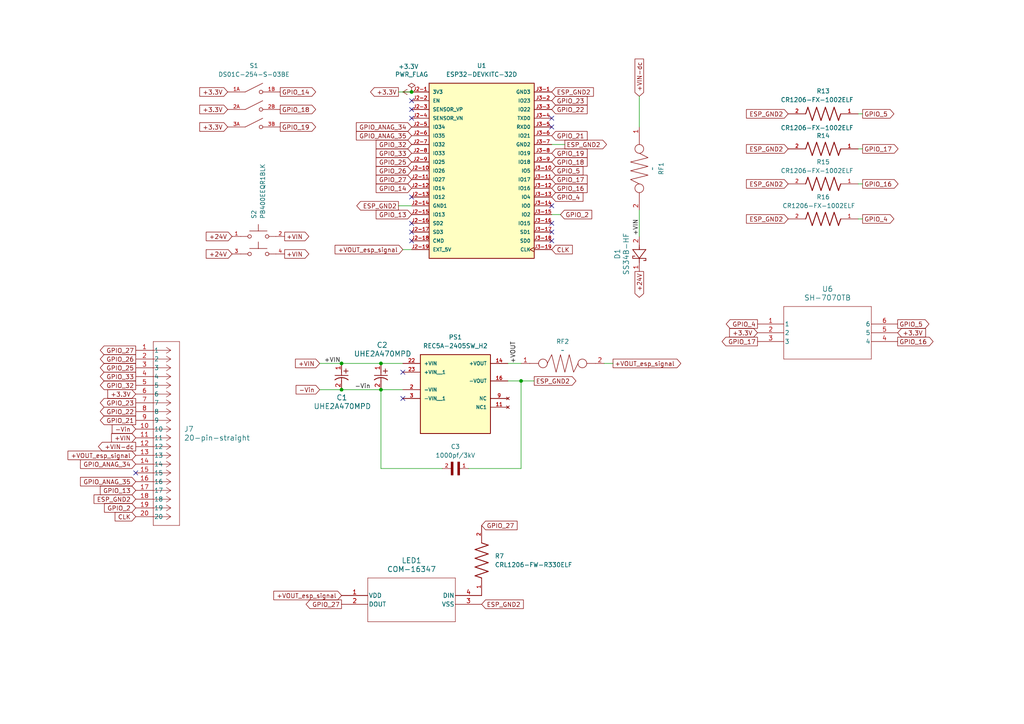
<source format=kicad_sch>
(kicad_sch (version 20250114) (generator "eeschema") (generator_version "9.0")
  (paper "A4")
  (lib_symbols
    (symbol "20_pin_straight:XC5B-2021" (pin_names (offset 0.254))
      (property "Reference" "J" (at 8.89 6.35 0))
      (property "Value" "XC5B-2021" (at 0 0 0))
      (symbol "XC5B-2021_1_1"
        (polyline (pts (xy 5.08 2.54) (xy 5.08 -50.8)) (stroke (width 0.127)))
        (polyline (pts (xy 5.08 -50.8) (xy 12.7 -50.8)) (stroke (width 0.127)))
        (polyline (pts (xy 10.16 0) (xy 5.08 0)) (stroke (width 0.127)))
        (polyline (pts (xy 10.16 0) (xy 8.89 0.8467)) (stroke (width 0.127)))
        (polyline (pts (xy 10.16 0) (xy 8.89 -0.8467)) (stroke (width 0.127)))
        (polyline (pts (xy 10.16 -2.54) (xy 5.08 -2.54)) (stroke (width 0.127)))
        (polyline (pts (xy 10.16 -2.54) (xy 8.89 -1.6933)) (stroke (width 0.127)))
        (polyline (pts (xy 10.16 -2.54) (xy 8.89 -3.3867)) (stroke (width 0.127)))
        (polyline (pts (xy 10.16 -5.08) (xy 5.08 -5.08)) (stroke (width 0.127)))
        (polyline (pts (xy 10.16 -5.08) (xy 8.89 -4.2333)) (stroke (width 0.127)))
        (polyline (pts (xy 10.16 -5.08) (xy 8.89 -5.9267)) (stroke (width 0.127)))
        (polyline (pts (xy 10.16 -7.62) (xy 5.08 -7.62)) (stroke (width 0.127)))
        (polyline (pts (xy 10.16 -7.62) (xy 8.89 -6.7733)) (stroke (width 0.127)))
        (polyline (pts (xy 10.16 -7.62) (xy 8.89 -8.4667)) (stroke (width 0.127)))
        (polyline (pts (xy 10.16 -10.16) (xy 5.08 -10.16)) (stroke (width 0.127)))
        (polyline (pts (xy 10.16 -10.16) (xy 8.89 -9.3133)) (stroke (width 0.127)))
        (polyline (pts (xy 10.16 -10.16) (xy 8.89 -11.0067)) (stroke (width 0.127)))
        (polyline (pts (xy 10.16 -12.7) (xy 5.08 -12.7)) (stroke (width 0.127)))
        (polyline (pts (xy 10.16 -12.7) (xy 8.89 -11.8533)) (stroke (width 0.127)))
        (polyline (pts (xy 10.16 -12.7) (xy 8.89 -13.5467)) (stroke (width 0.127)))
        (polyline (pts (xy 10.16 -15.24) (xy 5.08 -15.24)) (stroke (width 0.127)))
        (polyline (pts (xy 10.16 -15.24) (xy 8.89 -14.3933)) (stroke (width 0.127)))
        (polyline (pts (xy 10.16 -15.24) (xy 8.89 -16.0867)) (stroke (width 0.127)))
        (polyline (pts (xy 10.16 -17.78) (xy 5.08 -17.78)) (stroke (width 0.127)))
        (polyline (pts (xy 10.16 -17.78) (xy 8.89 -16.9333)) (stroke (width 0.127)))
        (polyline (pts (xy 10.16 -17.78) (xy 8.89 -18.6267)) (stroke (width 0.127)))
        (polyline (pts (xy 10.16 -20.32) (xy 5.08 -20.32)) (stroke (width 0.127)))
        (polyline (pts (xy 10.16 -20.32) (xy 8.89 -19.4733)) (stroke (width 0.127)))
        (polyline (pts (xy 10.16 -20.32) (xy 8.89 -21.1667)) (stroke (width 0.127)))
        (polyline (pts (xy 10.16 -22.86) (xy 5.08 -22.86)) (stroke (width 0.127)))
        (polyline (pts (xy 10.16 -22.86) (xy 8.89 -22.0133)) (stroke (width 0.127)))
        (polyline (pts (xy 10.16 -22.86) (xy 8.89 -23.7067)) (stroke (width 0.127)))
        (polyline (pts (xy 10.16 -25.4) (xy 5.08 -25.4)) (stroke (width 0.127)))
        (polyline (pts (xy 10.16 -25.4) (xy 8.89 -24.5533)) (stroke (width 0.127)))
        (polyline (pts (xy 10.16 -25.4) (xy 8.89 -26.2467)) (stroke (width 0.127)))
        (polyline (pts (xy 10.16 -27.94) (xy 5.08 -27.94)) (stroke (width 0.127)))
        (polyline (pts (xy 10.16 -27.94) (xy 8.89 -27.0933)) (stroke (width 0.127)))
        (polyline (pts (xy 10.16 -27.94) (xy 8.89 -28.7867)) (stroke (width 0.127)))
        (polyline (pts (xy 10.16 -30.48) (xy 5.08 -30.48)) (stroke (width 0.127)))
        (polyline (pts (xy 10.16 -30.48) (xy 8.89 -29.6333)) (stroke (width 0.127)))
        (polyline (pts (xy 10.16 -30.48) (xy 8.89 -31.3267)) (stroke (width 0.127)))
        (polyline (pts (xy 10.16 -33.02) (xy 5.08 -33.02)) (stroke (width 0.127)))
        (polyline (pts (xy 10.16 -33.02) (xy 8.89 -32.1733)) (stroke (width 0.127)))
        (polyline (pts (xy 10.16 -33.02) (xy 8.89 -33.8667)) (stroke (width 0.127)))
        (polyline (pts (xy 10.16 -35.56) (xy 5.08 -35.56)) (stroke (width 0.127)))
        (polyline (pts (xy 10.16 -35.56) (xy 8.89 -34.7133)) (stroke (width 0.127)))
        (polyline (pts (xy 10.16 -35.56) (xy 8.89 -36.4067)) (stroke (width 0.127)))
        (polyline (pts (xy 10.16 -38.1) (xy 5.08 -38.1)) (stroke (width 0.127)))
        (polyline (pts (xy 10.16 -38.1) (xy 8.89 -37.2533)) (stroke (width 0.127)))
        (polyline (pts (xy 10.16 -38.1) (xy 8.89 -38.9467)) (stroke (width 0.127)))
        (polyline (pts (xy 10.16 -40.64) (xy 5.08 -40.64)) (stroke (width 0.127)))
        (polyline (pts (xy 10.16 -40.64) (xy 8.89 -39.7933)) (stroke (width 0.127)))
        (polyline (pts (xy 10.16 -40.64) (xy 8.89 -41.4867)) (stroke (width 0.127)))
        (polyline (pts (xy 10.16 -43.18) (xy 5.08 -43.18)) (stroke (width 0.127)))
        (polyline (pts (xy 10.16 -43.18) (xy 8.89 -42.3333)) (stroke (width 0.127)))
        (polyline (pts (xy 10.16 -43.18) (xy 8.89 -44.0267)) (stroke (width 0.127)))
        (polyline (pts (xy 10.16 -45.72) (xy 5.08 -45.72)) (stroke (width 0.127)))
        (polyline (pts (xy 10.16 -45.72) (xy 8.89 -44.8733)) (stroke (width 0.127)))
        (polyline (pts (xy 10.16 -45.72) (xy 8.89 -46.5667)) (stroke (width 0.127)))
        (polyline (pts (xy 10.16 -48.26) (xy 5.08 -48.26)) (stroke (width 0.127)))
        (polyline (pts (xy 10.16 -48.26) (xy 8.89 -47.4133)) (stroke (width 0.127)))
        (polyline (pts (xy 10.16 -48.26) (xy 8.89 -49.1067)) (stroke (width 0.127)))
        (polyline (pts (xy 12.7 2.54) (xy 5.08 2.54)) (stroke (width 0.127)))
        (polyline (pts (xy 12.7 -50.8) (xy 12.7 2.54)) (stroke (width 0.127)))
        (pin unspecified line (at 0 0 0) (length 5.08) (name "1") (number "1"))
        (pin unspecified line (at 0 -2.54 0) (length 5.08) (name "2") (number "2"))
        (pin unspecified line (at 0 -5.08 0) (length 5.08) (name "3") (number "3"))
        (pin unspecified line (at 0 -7.62 0) (length 5.08) (name "4") (number "4"))
        (pin unspecified line (at 0 -10.16 0) (length 5.08) (name "5") (number "5"))
        (pin unspecified line (at 0 -12.7 0) (length 5.08) (name "6") (number "6"))
        (pin unspecified line (at 0 -15.24 0) (length 5.08) (name "7") (number "7"))
        (pin unspecified line (at 0 -17.78 0) (length 5.08) (name "8") (number "8"))
        (pin unspecified line (at 0 -20.32 0) (length 5.08) (name "9") (number "9"))
        (pin unspecified line (at 0 -22.86 0) (length 5.08) (name "10") (number "10"))
        (pin unspecified line (at 0 -25.4 0) (length 5.08) (name "11") (number "11"))
        (pin unspecified line (at 0 -27.94 0) (length 5.08) (name "12") (number "12"))
        (pin unspecified line (at 0 -30.48 0) (length 5.08) (name "13") (number "13"))
        (pin unspecified line (at 0 -33.02 0) (length 5.08) (name "14") (number "14"))
        (pin unspecified line (at 0 -35.56 0) (length 5.08) (name "15") (number "15"))
        (pin unspecified line (at 0 -38.1 0) (length 5.08) (name "16") (number "16"))
        (pin unspecified line (at 0 -40.64 0) (length 5.08) (name "17") (number "17"))
        (pin unspecified line (at 0 -43.18 0) (length 5.08) (name "18") (number "18"))
        (pin unspecified line (at 0 -45.72 0) (length 5.08) (name "19") (number "19"))
        (pin unspecified line (at 0 -48.26 0) (length 5.08) (name "20") (number "20"))
      )
      (symbol "XC5B-2021_1_2"
        (polyline (pts (xy 5.08 2.54) (xy 5.08 -50.8)) (stroke (width 0.127)))
        (polyline (pts (xy 5.08 -50.8) (xy 12.7 -50.8)) (stroke (width 0.127)))
        (polyline (pts (xy 7.62 0) (xy 5.08 0)) (stroke (width 0.127)))
        (polyline (pts (xy 7.62 0) (xy 8.89 0.8467)) (stroke (width 0.127)))
        (polyline (pts (xy 7.62 0) (xy 8.89 -0.8467)) (stroke (width 0.127)))
        (polyline (pts (xy 7.62 -2.54) (xy 5.08 -2.54)) (stroke (width 0.127)))
        (polyline (pts (xy 7.62 -2.54) (xy 8.89 -1.6933)) (stroke (width 0.127)))
        (polyline (pts (xy 7.62 -2.54) (xy 8.89 -3.3867)) (stroke (width 0.127)))
        (polyline (pts (xy 7.62 -5.08) (xy 5.08 -5.08)) (stroke (width 0.127)))
        (polyline (pts (xy 7.62 -5.08) (xy 8.89 -4.2333)) (stroke (width 0.127)))
        (polyline (pts (xy 7.62 -5.08) (xy 8.89 -5.9267)) (stroke (width 0.127)))
        (polyline (pts (xy 7.62 -7.62) (xy 5.08 -7.62)) (stroke (width 0.127)))
        (polyline (pts (xy 7.62 -7.62) (xy 8.89 -6.7733)) (stroke (width 0.127)))
        (polyline (pts (xy 7.62 -7.62) (xy 8.89 -8.4667)) (stroke (width 0.127)))
        (polyline (pts (xy 7.62 -10.16) (xy 5.08 -10.16)) (stroke (width 0.127)))
        (polyline (pts (xy 7.62 -10.16) (xy 8.89 -9.3133)) (stroke (width 0.127)))
        (polyline (pts (xy 7.62 -10.16) (xy 8.89 -11.0067)) (stroke (width 0.127)))
        (polyline (pts (xy 7.62 -12.7) (xy 5.08 -12.7)) (stroke (width 0.127)))
        (polyline (pts (xy 7.62 -12.7) (xy 8.89 -11.8533)) (stroke (width 0.127)))
        (polyline (pts (xy 7.62 -12.7) (xy 8.89 -13.5467)) (stroke (width 0.127)))
        (polyline (pts (xy 7.62 -15.24) (xy 5.08 -15.24)) (stroke (width 0.127)))
        (polyline (pts (xy 7.62 -15.24) (xy 8.89 -14.3933)) (stroke (width 0.127)))
        (polyline (pts (xy 7.62 -15.24) (xy 8.89 -16.0867)) (stroke (width 0.127)))
        (polyline (pts (xy 7.62 -17.78) (xy 5.08 -17.78)) (stroke (width 0.127)))
        (polyline (pts (xy 7.62 -17.78) (xy 8.89 -16.9333)) (stroke (width 0.127)))
        (polyline (pts (xy 7.62 -17.78) (xy 8.89 -18.6267)) (stroke (width 0.127)))
        (polyline (pts (xy 7.62 -20.32) (xy 5.08 -20.32)) (stroke (width 0.127)))
        (polyline (pts (xy 7.62 -20.32) (xy 8.89 -19.4733)) (stroke (width 0.127)))
        (polyline (pts (xy 7.62 -20.32) (xy 8.89 -21.1667)) (stroke (width 0.127)))
        (polyline (pts (xy 7.62 -22.86) (xy 5.08 -22.86)) (stroke (width 0.127)))
        (polyline (pts (xy 7.62 -22.86) (xy 8.89 -22.0133)) (stroke (width 0.127)))
        (polyline (pts (xy 7.62 -22.86) (xy 8.89 -23.7067)) (stroke (width 0.127)))
        (polyline (pts (xy 7.62 -25.4) (xy 5.08 -25.4)) (stroke (width 0.127)))
        (polyline (pts (xy 7.62 -25.4) (xy 8.89 -24.5533)) (stroke (width 0.127)))
        (polyline (pts (xy 7.62 -25.4) (xy 8.89 -26.2467)) (stroke (width 0.127)))
        (polyline (pts (xy 7.62 -27.94) (xy 5.08 -27.94)) (stroke (width 0.127)))
        (polyline (pts (xy 7.62 -27.94) (xy 8.89 -27.0933)) (stroke (width 0.127)))
        (polyline (pts (xy 7.62 -27.94) (xy 8.89 -28.7867)) (stroke (width 0.127)))
        (polyline (pts (xy 7.62 -30.48) (xy 5.08 -30.48)) (stroke (width 0.127)))
        (polyline (pts (xy 7.62 -30.48) (xy 8.89 -29.6333)) (stroke (width 0.127)))
        (polyline (pts (xy 7.62 -30.48) (xy 8.89 -31.3267)) (stroke (width 0.127)))
        (polyline (pts (xy 7.62 -33.02) (xy 5.08 -33.02)) (stroke (width 0.127)))
        (polyline (pts (xy 7.62 -33.02) (xy 8.89 -32.1733)) (stroke (width 0.127)))
        (polyline (pts (xy 7.62 -33.02) (xy 8.89 -33.8667)) (stroke (width 0.127)))
        (polyline (pts (xy 7.62 -35.56) (xy 5.08 -35.56)) (stroke (width 0.127)))
        (polyline (pts (xy 7.62 -35.56) (xy 8.89 -34.7133)) (stroke (width 0.127)))
        (polyline (pts (xy 7.62 -35.56) (xy 8.89 -36.4067)) (stroke (width 0.127)))
        (polyline (pts (xy 7.62 -38.1) (xy 5.08 -38.1)) (stroke (width 0.127)))
        (polyline (pts (xy 7.62 -38.1) (xy 8.89 -37.2533)) (stroke (width 0.127)))
        (polyline (pts (xy 7.62 -38.1) (xy 8.89 -38.9467)) (stroke (width 0.127)))
        (polyline (pts (xy 7.62 -40.64) (xy 5.08 -40.64)) (stroke (width 0.127)))
        (polyline (pts (xy 7.62 -40.64) (xy 8.89 -39.7933)) (stroke (width 0.127)))
        (polyline (pts (xy 7.62 -40.64) (xy 8.89 -41.4867)) (stroke (width 0.127)))
        (polyline (pts (xy 7.62 -43.18) (xy 5.08 -43.18)) (stroke (width 0.127)))
        (polyline (pts (xy 7.62 -43.18) (xy 8.89 -42.3333)) (stroke (width 0.127)))
        (polyline (pts (xy 7.62 -43.18) (xy 8.89 -44.0267)) (stroke (width 0.127)))
        (polyline (pts (xy 7.62 -45.72) (xy 5.08 -45.72)) (stroke (width 0.127)))
        (polyline (pts (xy 7.62 -45.72) (xy 8.89 -44.8733)) (stroke (width 0.127)))
        (polyline (pts (xy 7.62 -45.72) (xy 8.89 -46.5667)) (stroke (width 0.127)))
        (polyline (pts (xy 7.62 -48.26) (xy 5.08 -48.26)) (stroke (width 0.127)))
        (polyline (pts (xy 7.62 -48.26) (xy 8.89 -47.4133)) (stroke (width 0.127)))
        (polyline (pts (xy 7.62 -48.26) (xy 8.89 -49.1067)) (stroke (width 0.127)))
        (polyline (pts (xy 12.7 2.54) (xy 5.08 2.54)) (stroke (width 0.127)))
        (polyline (pts (xy 12.7 -50.8) (xy 12.7 2.54)) (stroke (width 0.127)))
        (pin unspecified line (at 0 0 0) (length 5.08) (name "1") (number "1"))
        (pin unspecified line (at 0 -2.54 0) (length 5.08) (name "2") (number "2"))
        (pin unspecified line (at 0 -5.08 0) (length 5.08) (name "3") (number "3"))
        (pin unspecified line (at 0 -7.62 0) (length 5.08) (name "4") (number "4"))
        (pin unspecified line (at 0 -10.16 0) (length 5.08) (name "5") (number "5"))
        (pin unspecified line (at 0 -12.7 0) (length 5.08) (name "6") (number "6"))
        (pin unspecified line (at 0 -15.24 0) (length 5.08) (name "7") (number "7"))
        (pin unspecified line (at 0 -17.78 0) (length 5.08) (name "8") (number "8"))
        (pin unspecified line (at 0 -20.32 0) (length 5.08) (name "9") (number "9"))
        (pin unspecified line (at 0 -22.86 0) (length 5.08) (name "10") (number "10"))
        (pin unspecified line (at 0 -25.4 0) (length 5.08) (name "11") (number "11"))
        (pin unspecified line (at 0 -27.94 0) (length 5.08) (name "12") (number "12"))
        (pin unspecified line (at 0 -30.48 0) (length 5.08) (name "13") (number "13"))
        (pin unspecified line (at 0 -33.02 0) (length 5.08) (name "14") (number "14"))
        (pin unspecified line (at 0 -35.56 0) (length 5.08) (name "15") (number "15"))
        (pin unspecified line (at 0 -38.1 0) (length 5.08) (name "16") (number "16"))
        (pin unspecified line (at 0 -40.64 0) (length 5.08) (name "17") (number "17"))
        (pin unspecified line (at 0 -43.18 0) (length 5.08) (name "18") (number "18"))
        (pin unspecified line (at 0 -45.72 0) (length 5.08) (name "19") (number "19"))
        (pin unspecified line (at 0 -48.26 0) (length 5.08) (name "20") (number "20"))
      )
    )
    (symbol "CL31B106KAHNNNE:CL31B106KAHNNNE" (pin_names (offset 1.016))
      (property "Reference" "C" (at 0 3.81 0))
      (property "Value" "CL31B106KAHNNNE" (at 0 -5.08 0))
      (symbol "CL31B106KAHNNNE_0_0"
        (rectangle (start 0 -1.905) (end 0.635 1.905) (stroke (width 0.1)) (fill (type outline)))
        (rectangle (start 1.905 -1.905) (end 2.54 1.905) (stroke (width 0.1)) (fill (type outline)))
        (pin passive line (at -2.54 0 0) (length 2.54) (name "~") (number "2"))
        (pin passive line (at 5.08 0 180) (length 2.54) (name "~") (number "1"))
      )
    )
    (symbol "CR1206-FX-1002ELF:CR1206-FX-1002ELF" (pin_names (offset 1.016))
      (property "Reference" "R" (at -7.6244 2.5415 0))
      (property "Value" "CR1206-FX-1002ELF" (at -7.63 -5.0866 0))
      (symbol "CR1206-FX-1002ELF_0_0"
        (polyline (pts (xy -5.08 0) (xy -4.445 1.905)) (stroke (width 0.254)))
        (polyline (pts (xy -4.445 1.905) (xy -3.175 -1.905)) (stroke (width 0.254)))
        (polyline (pts (xy -3.175 -1.905) (xy -1.905 1.905)) (stroke (width 0.254)))
        (polyline (pts (xy -1.905 1.905) (xy -0.635 -1.905)) (stroke (width 0.254)))
        (polyline (pts (xy -0.635 -1.905) (xy 0.635 1.905)) (stroke (width 0.254)))
        (polyline (pts (xy 0.635 1.905) (xy 1.905 -1.905)) (stroke (width 0.254)))
        (polyline (pts (xy 1.905 -1.905) (xy 3.175 1.905)) (stroke (width 0.254)))
        (polyline (pts (xy 3.175 1.905) (xy 4.445 -1.905)) (stroke (width 0.254)))
        (polyline (pts (xy 4.445 -1.905) (xy 5.08 0)) (stroke (width 0.254)))
        (pin passive line (at -10.16 0 0) (length 5.08) (name "~") (number "1"))
        (pin passive line (at 10.16 0 180) (length 5.08) (name "~") (number "2"))
      )
    )
    (symbol "CRL1206-FW-R330ELF:CRL1206-FW-R330ELF" (pin_names (offset 1.016))
      (property "Reference" "R" (at -7.6244 2.5415 0))
      (property "Value" "CRL1206-FW-R330ELF" (at -7.63 -5.0866 0))
      (symbol "CRL1206-FW-R330ELF_0_0"
        (polyline (pts (xy -5.08 0) (xy -4.445 1.905)) (stroke (width 0.254)))
        (polyline (pts (xy -4.445 1.905) (xy -3.175 -1.905)) (stroke (width 0.254)))
        (polyline (pts (xy -3.175 -1.905) (xy -1.905 1.905)) (stroke (width 0.254)))
        (polyline (pts (xy -1.905 1.905) (xy -0.635 -1.905)) (stroke (width 0.254)))
        (polyline (pts (xy -0.635 -1.905) (xy 0.635 1.905)) (stroke (width 0.254)))
        (polyline (pts (xy 0.635 1.905) (xy 1.905 -1.905)) (stroke (width 0.254)))
        (polyline (pts (xy 1.905 -1.905) (xy 3.175 1.905)) (stroke (width 0.254)))
        (polyline (pts (xy 3.175 1.905) (xy 4.445 -1.905)) (stroke (width 0.254)))
        (polyline (pts (xy 4.445 -1.905) (xy 5.08 0)) (stroke (width 0.254)))
        (pin passive line (at -10.16 0 0) (length 5.08) (name "~") (number "1"))
        (pin passive line (at 10.16 0 180) (length 5.08) (name "~") (number "2"))
      )
    )
    (symbol "DS01C-254-S-03BE:DS01C-254-S-03BE" (pin_names (offset 1.016))
      (property "Reference" "S" (at -5.08 10.16 0))
      (property "Value" "DS01C-254-S-03BE" (at -5.08 -10.16 0))
      (symbol "DS01C-254-S-03BE_0_0"
        (polyline (pts (xy -2.54 5.08) (xy 2.54 7.62)) (stroke (width 0.1524)))
        (polyline (pts (xy -2.54 0) (xy 2.54 2.54)) (stroke (width 0.1524)))
        (polyline (pts (xy -2.54 -5.08) (xy 2.54 -2.54)) (stroke (width 0.1524)))
        (circle (center 2.032 5.08) (radius 0.508) (stroke (width 0.1524)))
        (circle (center 2.032 0) (radius 0.508) (stroke (width 0.1524)))
        (circle (center 2.032 -5.08) (radius 0.508) (stroke (width 0.1524)))
        (pin passive line (at -7.62 5.08 0) (length 5.08) (name "~") (number "1A"))
        (pin passive line (at -7.62 0 0) (length 5.08) (name "~") (number "2A"))
        (pin passive line (at -7.62 -5.08 0) (length 5.08) (name "~") (number "3A"))
        (pin passive line (at 7.62 5.08 180) (length 5.08) (name "~") (number "1B"))
        (pin passive line (at 7.62 0 180) (length 5.08) (name "~") (number "2B"))
        (pin passive line (at 7.62 -5.08 180) (length 5.08) (name "~") (number "3B"))
      )
    )
    (symbol "PB400EEQR1BLK:PB400EEQR1BLK" (pin_names (offset 1.016))
      (property "Reference" "S" (at -7.62 7.62 0))
      (property "Value" "PB400EEQR1BLK" (at -7.62 -7.62 0))
      (symbol "PB400EEQR1BLK_0_0"
        (polyline (pts (xy -5.08 2.54) (xy -3.048 2.54)) (stroke (width 0.1524)))
        (polyline (pts (xy -5.08 -2.54) (xy -3.048 -2.54)) (stroke (width 0.1524)))
        (polyline (pts (xy -2.54 4.1275) (xy 2.54 4.1275)) (stroke (width 0.1524)))
        (circle (center -2.54 2.54) (radius 0.508) (stroke (width 0.1524)))
        (polyline (pts (xy -2.54 -0.9525) (xy 0 -0.9525)) (stroke (width 0.1524)))
        (circle (center -2.54 -2.54) (radius 0.508) (stroke (width 0.1524)))
        (polyline (pts (xy 0 4.1275) (xy 0 6.0325)) (stroke (width 0.1524)))
        (polyline (pts (xy 0 -0.9525) (xy 0 0.9525)) (stroke (width 0.1524)))
        (polyline (pts (xy 0 -0.9525) (xy 2.54 -0.9525)) (stroke (width 0.1524)))
        (circle (center 2.54 2.54) (radius 0.508) (stroke (width 0.1524)))
        (circle (center 2.54 -2.54) (radius 0.508) (stroke (width 0.1524)))
        (polyline (pts (xy 5.08 2.54) (xy 3.048 2.54)) (stroke (width 0.1524)))
        (polyline (pts (xy 5.08 -2.54) (xy 3.048 -2.54)) (stroke (width 0.1524)))
        (pin passive line (at -7.62 2.54 0) (length 2.54) (name "~") (number "1"))
        (pin passive line (at -7.62 -2.54 0) (length 2.54) (name "~") (number "3"))
        (pin passive line (at 7.62 2.54 180) (length 2.54) (name "~") (number "2"))
        (pin passive line (at 7.62 -2.54 180) (length 2.54) (name "~") (number "4"))
      )
    )
    (symbol "RGB_LED:COM-16347" (pin_names (offset 0.254))
      (property "Reference" "LED1" (at 20.32 10.16 0))
      (property "Value" "COM-16347" (at 20.32 7.62 0))
      (symbol "COM-16347_0_1"
        (polyline (pts (xy 7.62 5.08) (xy 7.62 -7.62)) (stroke (width 0.127)))
        (polyline (pts (xy 7.62 -7.62) (xy 33.02 -7.62)) (stroke (width 0.127)))
        (polyline (pts (xy 33.02 5.08) (xy 7.62 5.08)) (stroke (width 0.127)))
        (polyline (pts (xy 33.02 -7.62) (xy 33.02 5.08)) (stroke (width 0.127)))
        (pin power_in line (at 0 0 0) (length 7.62) (name "VDD") (number "1"))
        (pin output line (at 0 -2.54 0) (length 7.62) (name "DOUT") (number "2"))
        (pin input line (at 40.64 0 180) (length 7.62) (name "DIN") (number "4"))
      )
      (symbol "COM-16347_1_1"
        (pin power_in line (at 40.64 -2.54 180) (length 7.62) (name "VSS") (number "3"))
      )
    )
    (symbol "custom_library:ESP32-DEVKITC-32D" (pin_names (offset 1.016))
      (property "Reference" "U1" (at 0 30.48 0))
      (property "Value" "ESP32-DEVKITC-32D" (at 0 27.94 0))
      (symbol "ESP32-DEVKITC-32D_0_0"
        (rectangle (start -15.24 -25.4) (end 15.24 25.4) (stroke (width 0.254)) (fill (type background)))
        (pin power_in line (at -20.32 22.86 0) (length 5.08) (name "3V3") (number "J2-1"))
        (pin input line (at -20.32 20.32 0) (length 5.08) (name "EN") (number "J2-2"))
        (pin input line (at -20.32 17.78 0) (length 5.08) (name "SENSOR_VP") (number "J2-3"))
        (pin input line (at -20.32 15.24 0) (length 5.08) (name "SENSOR_VN") (number "J2-4"))
        (pin bidirectional line (at -20.32 12.7 0) (length 5.08) (name "IO34") (number "J2-5"))
        (pin bidirectional line (at -20.32 10.16 0) (length 5.08) (name "IO35") (number "J2-6"))
        (pin bidirectional line (at -20.32 7.62 0) (length 5.08) (name "IO32") (number "J2-7"))
        (pin bidirectional line (at -20.32 5.08 0) (length 5.08) (name "IO33") (number "J2-8"))
        (pin bidirectional line (at -20.32 2.54 0) (length 5.08) (name "IO25") (number "J2-9"))
        (pin bidirectional line (at -20.32 0 0) (length 5.08) (name "IO26") (number "J2-10"))
        (pin bidirectional line (at -20.32 -2.54 0) (length 5.08) (name "IO27") (number "J2-11"))
        (pin bidirectional line (at -20.32 -5.08 0) (length 5.08) (name "IO14") (number "J2-12"))
        (pin bidirectional line (at -20.32 -7.62 0) (length 5.08) (name "IO12") (number "J2-13"))
        (pin power_in line (at -20.32 -10.16 0) (length 5.08) (name "GND1") (number "J2-14"))
        (pin bidirectional line (at -20.32 -12.7 0) (length 5.08) (name "IO13") (number "J2-15"))
        (pin bidirectional line (at -20.32 -15.24 0) (length 5.08) (name "SD2") (number "J2-16"))
        (pin bidirectional line (at -20.32 -17.78 0) (length 5.08) (name "SD3") (number "J2-17"))
        (pin bidirectional line (at -20.32 -20.32 0) (length 5.08) (name "CMD") (number "J2-18"))
        (pin power_in line (at -20.32 -22.86 0) (length 5.08) (name "EXT_5V") (number "J2-19"))
        (pin power_in line (at 20.32 22.86 180) (length 5.08) (name "GND3") (number "J3-1"))
        (pin bidirectional line (at 20.32 20.32 180) (length 5.08) (name "IO23") (number "J3-2"))
        (pin bidirectional line (at 20.32 17.78 180) (length 5.08) (name "IO22") (number "J3-3"))
        (pin output line (at 20.32 15.24 180) (length 5.08) (name "TXD0") (number "J3-4"))
        (pin input line (at 20.32 12.7 180) (length 5.08) (name "RXD0") (number "J3-5"))
        (pin bidirectional line (at 20.32 10.16 180) (length 5.08) (name "IO21") (number "J3-6"))
        (pin power_out line (at 20.32 7.62 180) (length 5.08) (name "GND2") (number "J3-7"))
        (pin bidirectional line (at 20.32 5.08 180) (length 5.08) (name "IO19") (number "J3-8"))
        (pin bidirectional line (at 20.32 2.54 180) (length 5.08) (name "IO18") (number "J3-9"))
        (pin bidirectional line (at 20.32 0 180) (length 5.08) (name "IO5") (number "J3-10"))
        (pin bidirectional line (at 20.32 -2.54 180) (length 5.08) (name "IO17") (number "J3-11"))
        (pin bidirectional line (at 20.32 -5.08 180) (length 5.08) (name "IO16") (number "J3-12"))
        (pin bidirectional line (at 20.32 -7.62 180) (length 5.08) (name "IO4") (number "J3-13"))
        (pin bidirectional line (at 20.32 -10.16 180) (length 5.08) (name "IO0") (number "J3-14"))
        (pin bidirectional line (at 20.32 -12.7 180) (length 5.08) (name "IO2") (number "J3-15"))
        (pin bidirectional line (at 20.32 -15.24 180) (length 5.08) (name "IO15") (number "J3-16"))
        (pin bidirectional line (at 20.32 -17.78 180) (length 5.08) (name "SD1") (number "J3-17"))
        (pin bidirectional line (at 20.32 -20.32 180) (length 5.08) (name "SD0") (number "J3-18"))
        (pin passive clock (at 20.32 -22.86 180) (length 5.08) (name "CLK") (number "J3-19"))
      )
    )
    (symbol "custom_library:REC5A-2405SW_H2" (pin_names (offset 1.016))
      (property "Reference" "PS1" (at 0 12.7 0))
      (property "Value" "REC5A-2405SW_H2" (at 0 10.16 0))
      (symbol "REC5A-2405SW_H2_0_0"
        (rectangle (start -10.16 -15.24) (end 10.16 7.62) (stroke (width 0.254)) (fill (type background)))
        (pin passive line (at -15.24 5.08 0) (length 5.08) (name "+VIN") (number "22"))
        (pin input line (at -15.24 2.54 0) (length 5.08) (name "+VIN__1") (number "23"))
        (pin power_in line (at -15.24 -2.54 0) (length 5.08) (name "-VIN") (number "2"))
        (pin input line (at -15.24 -5.08 0) (length 5.08) (name "-VIN__1") (number "3"))
        (pin power_out line (at 15.24 5.08 180) (length 5.08) (name "+VOUT") (number "14"))
        (pin power_in line (at 15.24 0 180) (length 5.08) (name "-VOUT") (number "16"))
        (pin no_connect line (at 15.24 -5.08 180) (length 5.08) (name "NC") (number "9"))
        (pin no_connect line (at 15.24 -7.62 180) (length 5.08) (name "NC1") (number "11"))
      )
    )
    (symbol "custom_library:SS34B-HF" (pin_names (offset 0.254))
      (property "Reference" "D1" (at 5.08 -6.35 0))
      (property "Value" "SS34B-HF" (at 5.08 -3.81 0))
      (symbol "SS34B-HF_0_1"
        (polyline (pts (xy 2.54 0) (xy 3.4798 0)) (stroke (width 0.2032)))
        (polyline (pts (xy 3.175 0) (xy 3.81 0)) (stroke (width 0.2032)))
        (polyline (pts (xy 3.81 1.905) (xy 3.81 -1.905)) (stroke (width 0.2032)))
        (polyline (pts (xy 3.81 -1.905) (xy 6.35 0)) (stroke (width 0.2032)))
        (polyline (pts (xy 5.715 -1.905) (xy 5.715 -1.27)) (stroke (width 0.2032)))
        (polyline (pts (xy 6.35 1.905) (xy 6.985 1.905)) (stroke (width 0.2032)))
        (polyline (pts (xy 6.35 0) (xy 3.81 1.905)) (stroke (width 0.2032)))
        (polyline (pts (xy 6.35 0) (xy 7.62 0)) (stroke (width 0.2032)))
        (polyline (pts (xy 6.35 -1.905) (xy 5.715 -1.905)) (stroke (width 0.2032)))
        (polyline (pts (xy 6.35 -1.905) (xy 6.35 1.905)) (stroke (width 0.2032)))
        (polyline (pts (xy 6.985 1.905) (xy 6.985 1.27)) (stroke (width 0.2032)))
        (pin power_in line (at 0 0 0) (length 2.54) (name "") (number "2"))
        (pin passive line (at 10.16 0 180) (length 2.54) (name "") (number "1"))
      )
    )
    (symbol "custom_library:UHE2A470MPD" (pin_names (offset 0.254))
      (property "Reference" "C1" (at -5.334 -0.508 90))
      (property "Value" "UHE2A470MPD" (at -2.794 6.096 90))
      (symbol "UHE2A470MPD_1_1"
        (polyline (pts (xy 1.5748 1.27) (xy 2.8448 1.27)) (stroke (width 0.2032)))
        (polyline (pts (xy 2.2098 0.635) (xy 2.2098 1.905)) (stroke (width 0.2032)))
        (polyline (pts (xy 2.54 0) (xy 3.4798 0)) (stroke (width 0.2032)))
        (polyline (pts (xy 3.4798 -1.905) (xy 3.4798 1.905)) (stroke (width 0.2032)))
        (polyline (pts (xy 4.1148 0) (xy 5.08 0)) (stroke (width 0.2032)))
        (arc (start 4.7541 -1.9108) (mid 4.1148 0) (end 4.7541 1.9108) (stroke (width 0.254)))
        (pin passive line (at 0 0 0) (length 2.54) (name "") (number "1"))
        (pin passive line (at 7.62 0 180) (length 2.54) (name "") (number "2"))
      )
      (symbol "UHE2A470MPD_1_2"
        (polyline (pts (xy -1.905 -3.4798) (xy 1.905 -3.4798)) (stroke (width 0.2032)))
        (polyline (pts (xy 0 -2.54) (xy 0 -3.4798)) (stroke (width 0.2032)))
        (polyline (pts (xy 0 -4.1148) (xy 0 -5.08)) (stroke (width 0.2032)))
        (arc (start -1.9108 -4.7541) (mid 0 -4.1148) (end 1.9108 -4.7541) (stroke (width 0.254)))
        (polyline (pts (xy 0.635 -2.2098) (xy 1.905 -2.2098)) (stroke (width 0.2032)))
        (polyline (pts (xy 1.27 -1.5748) (xy 1.27 -2.8448)) (stroke (width 0.2032)))
        (pin unspecified line (at 0 0 270) (length 2.54) (name "") (number "2"))
        (pin unspecified line (at 0 -7.62 90) (length 2.54) (name "") (number "1"))
      )
    )
    (symbol "custom_library:reset_fuse"
      (property "Reference" "RF1" (at -0.635 6.35 0))
      (property "Value" "~" (at -0.635 3.81 0))
      (symbol "reset_fuse_0_1"
        (polyline (pts (xy -10.16 0) (xy -7.62 0)))
        (circle (center -6.35 0) (radius 1.27))
        (polyline (pts (xy -5.08 0) (xy -3.81 2.54) (xy -2.54 -2.54) (xy -1.27 2.54) (xy 0 -2.54) (xy 1.27 2.54) (xy 2.54 -2.54) (xy 3.81 0)))
        (circle (center 5.08 0) (radius 1.27))
        (polyline (pts (xy 6.35 0) (xy 8.89 0)))
      )
      (symbol "reset_fuse_1_1"
        (pin power_in line (at -12.7 0 0) (length 2.54) (name "") (number "1"))
        (pin power_out line (at 11.43 0 180) (length 2.54) (name "") (number "2"))
      )
    )
    (symbol "power:+3.3V" (power) (pin_numbers (hide yes)) (pin_names (offset 0) (hide yes))
      (property "Value" "+3.3V" (at 0 3.556 0))
      (symbol "+3.3V_0_1"
        (polyline (pts (xy -0.762 1.27) (xy 0 2.54)))
        (polyline (pts (xy 0 2.54) (xy 0.762 1.27)))
        (polyline (pts (xy 0 0) (xy 0 2.54)))
      )
      (symbol "+3.3V_1_1"
        (pin power_in line (at 0 0 90) (length 0) (name "~") (number "1"))
      )
    )
    (symbol "power:PWR_FLAG" (power) (pin_numbers (hide yes)) (pin_names (offset 0) (hide yes))
      (property "Value" "PWR_FLAG" (at 0 3.81 0))
      (symbol "PWR_FLAG_0_0"
        (pin power_out line (at 0 0 90) (length 0) (name "~") (number "1"))
      )
      (symbol "PWR_FLAG_0_1"
        (polyline (pts (xy 0 0) (xy 0 1.27) (xy -1.016 1.905) (xy 0 2.54) (xy 1.016 1.905) (xy 0 1.27)))
      )
    )
    (symbol "reset_fuse_1"
      (property "Reference" "RF1" (at -0.635 6.35 0))
      (property "Value" "~" (at -0.635 3.81 0))
      (symbol "reset_fuse_1_0_1"
        (polyline (pts (xy -10.16 0) (xy -7.62 0)))
        (circle (center -6.35 0) (radius 1.27))
        (polyline (pts (xy -5.08 0) (xy -3.81 2.54) (xy -2.54 -2.54) (xy -1.27 2.54) (xy 0 -2.54) (xy 1.27 2.54) (xy 2.54 -2.54) (xy 3.81 0)))
        (circle (center 5.08 0) (radius 1.27))
        (polyline (pts (xy 6.35 0) (xy 8.89 0)))
      )
      (symbol "reset_fuse_1_1_1"
        (pin passive line (at -12.7 0 0) (length 2.54) (name "") (number "1"))
        (pin power_out line (at 11.43 0 180) (length 2.54) (name "") (number "2"))
      )
    )
    (symbol "rot_switch:SH-7070TB" (pin_names (offset 0.254))
      (property "Reference" "U" (at 20.32 10.16 0))
      (property "Value" "SH-7070TB" (at 20.32 7.62 0))
      (symbol "SH-7070TB_0_1"
        (polyline (pts (xy 7.62 5.08) (xy 7.62 -10.16)) (stroke (width 0.127)))
        (polyline (pts (xy 7.62 -10.16) (xy 33.02 -10.16)) (stroke (width 0.127)))
        (polyline (pts (xy 33.02 5.08) (xy 7.62 5.08)) (stroke (width 0.127)))
        (polyline (pts (xy 33.02 -10.16) (xy 33.02 5.08)) (stroke (width 0.127)))
        (pin unspecified line (at 0 0 0) (length 7.62) (name "1") (number "1"))
        (pin unspecified line (at 0 -2.54 0) (length 7.62) (name "2") (number "2"))
        (pin unspecified line (at 0 -5.08 0) (length 7.62) (name "3") (number "3"))
        (pin unspecified line (at 40.64 0 180) (length 7.62) (name "6") (number "6"))
        (pin unspecified line (at 40.64 -2.54 180) (length 7.62) (name "5") (number "5"))
        (pin unspecified line (at 40.64 -5.08 180) (length 7.62) (name "4") (number "4"))
      )
    )
  )
  (junction (at 99.06 105.41))
  (junction (at 151.13 110.49))
  (junction (at 99.06 113.03))
  (junction (at 110.49 105.41))
  (junction (at 119.38 26.67))
  (junction (at 110.49 113.03))
  (no_connect (at 160.02 34.29))
  (no_connect (at 160.02 64.77))
  (no_connect (at 39.37 137.16))
  (no_connect (at 119.38 34.29))
  (no_connect (at 160.02 69.85))
  (no_connect (at 160.02 36.83))
  (no_connect (at 119.38 31.75))
  (no_connect (at 116.84 107.95))
  (no_connect (at 160.02 59.69))
  (no_connect (at 119.38 57.15))
  (no_connect (at 119.38 67.31))
  (no_connect (at 119.38 64.77))
  (no_connect (at 119.38 69.85))
  (no_connect (at 119.38 29.21))
  (no_connect (at 116.84 115.57))
  (no_connect (at 160.02 67.31))
  (wire (pts (xy 99.06 113.03) (xy 110.49 113.03)))
  (wire (pts (xy 92.71 113.03) (xy 99.06 113.03)))
  (wire (pts (xy 110.49 105.41) (xy 116.84 105.41)))
  (wire (pts (xy 160.02 62.23) (xy 162.56 62.23)))
  (wire (pts (xy 185.42 60.96) (xy 185.42 68.58)))
  (wire (pts (xy 110.49 135.89) (xy 128.27 135.89)))
  (wire (pts (xy 116.84 113.03) (xy 110.49 113.03)))
  (wire (pts (xy 92.71 105.41) (xy 99.06 105.41)))
  (wire (pts (xy 250.19 53.34) (xy 248.92 53.34)))
  (wire (pts (xy 116.84 72.39) (xy 119.38 72.39)))
  (wire (pts (xy 135.89 135.89) (xy 151.13 135.89)))
  (wire (pts (xy 151.13 110.49) (xy 154.94 110.49)))
  (wire (pts (xy 151.13 135.89) (xy 151.13 110.49)))
  (wire (pts (xy 115.57 26.67) (xy 119.38 26.67)))
  (wire (pts (xy 175.26 105.41) (xy 177.8 105.41)))
  (wire (pts (xy 147.32 105.41) (xy 151.13 105.41)))
  (wire (pts (xy 185.42 36.83) (xy 185.42 27.94)))
  (wire (pts (xy 115.57 59.69) (xy 119.38 59.69)))
  (wire (pts (xy 160.02 41.91) (xy 163.83 41.91)))
  (wire (pts (xy 99.06 105.41) (xy 110.49 105.41)))
  (wire (pts (xy 110.49 135.89) (xy 110.49 113.03)))
  (wire (pts (xy 250.19 43.18) (xy 248.92 43.18)))
  (wire (pts (xy 250.19 33.02) (xy 248.92 33.02)))
  (wire (pts (xy 250.19 63.5) (xy 248.92 63.5)))
  (wire (pts (xy 147.32 110.49) (xy 151.13 110.49)))
  (label "-Vin" (at 102.87 113.03 0))
  (label "+VIN" (at 185.42 63.5 270))
  (label "+VIN" (at 93.98 105.41 0))
  (label "+VOUT" (at 149.86 105.41 90))
  (global_label "GPIO_17" (shape output) (at 250.19 43.18 0) (property "Intersheetrefs" "${INTERSHEET_REFS}" (effects (hide yes))))
  (global_label "+24V" (shape input) (at 67.31 73.66 180) (property "Intersheetrefs" "${INTERSHEET_REFS}" (effects (hide yes))))
  (global_label "GPIO_5" (shape output) (at 260.35 93.98 0) (property "Intersheetrefs" "${INTERSHEET_REFS}" (effects (hide yes))))
  (global_label "GPIO_25" (shape input) (at 119.38 46.99 180) (property "Intersheetrefs" "${INTERSHEET_REFS}" (effects (hide yes))))
  (global_label "+VOUT_esp_signal" (shape output) (at 177.8 105.41 0) (property "Intersheetrefs" "${INTERSHEET_REFS}" (effects (hide yes))))
  (global_label "GPIO_ANAG_34" (shape input) (at 119.38 36.83 180) (property "Intersheetrefs" "${INTERSHEET_REFS}" (effects (hide yes))))
  (global_label "GPIO_21" (shape input) (at 160.02 39.37 0) (property "Intersheetrefs" "${INTERSHEET_REFS}" (effects (hide yes))))
  (global_label "+24V" (shape input) (at 67.31 68.58 180) (property "Intersheetrefs" "${INTERSHEET_REFS}" (effects (hide yes))))
  (global_label "+3.3V" (shape input) (at 219.71 96.52 180) (property "Intersheetrefs" "${INTERSHEET_REFS}" (effects (hide yes))))
  (global_label "GPIO_26" (shape output) (at 39.37 104.14 180) (property "Intersheetrefs" "${INTERSHEET_REFS}" (effects (hide yes))))
  (global_label "GPIO_17" (shape input) (at 160.02 52.07 0) (property "Intersheetrefs" "${INTERSHEET_REFS}" (effects (hide yes))))
  (global_label "+3.3V" (shape input) (at 39.37 114.3 180) (property "Intersheetrefs" "${INTERSHEET_REFS}" (effects (hide yes))))
  (global_label "GPIO_21" (shape output) (at 39.37 121.92 180) (property "Intersheetrefs" "${INTERSHEET_REFS}" (effects (hide yes))))
  (global_label "GPIO_27" (shape output) (at 99.06 175.26 180) (property "Intersheetrefs" "${INTERSHEET_REFS}" (effects (hide yes))))
  (global_label "-Vin" (shape input) (at 92.71 113.03 180) (property "Intersheetrefs" "${INTERSHEET_REFS}" (effects (hide yes))))
  (global_label "GPIO_32" (shape input) (at 119.38 41.91 180) (property "Intersheetrefs" "${INTERSHEET_REFS}" (effects (hide yes))))
  (global_label "ESP_GND2" (shape input) (at 228.6 33.02 180) (property "Intersheetrefs" "${INTERSHEET_REFS}" (effects (hide yes))))
  (global_label "GPIO_33" (shape output) (at 39.37 109.22 180) (property "Intersheetrefs" "${INTERSHEET_REFS}" (effects (hide yes))))
  (global_label "+VOUT_esp_signal" (shape input) (at 116.84 72.39 180) (property "Intersheetrefs" "${INTERSHEET_REFS}" (effects (hide yes))))
  (global_label "ESP_GND2" (shape input) (at 228.6 53.34 180) (property "Intersheetrefs" "${INTERSHEET_REFS}" (effects (hide yes))))
  (global_label "GPIO_27" (shape output) (at 39.37 101.6 180) (property "Intersheetrefs" "${INTERSHEET_REFS}" (effects (hide yes))))
  (global_label "ESP_GND2" (shape output) (at 115.57 59.69 180) (property "Intersheetrefs" "${INTERSHEET_REFS}" (effects (hide yes))))
  (global_label "GPIO_16" (shape output) (at 250.19 53.34 0) (property "Intersheetrefs" "${INTERSHEET_REFS}" (effects (hide yes))))
  (global_label "+VIN" (shape input) (at 92.71 105.41 180) (property "Intersheetrefs" "${INTERSHEET_REFS}" (effects (hide yes))))
  (global_label "ESP_GND2" (shape input) (at 139.7 175.26 0) (property "Intersheetrefs" "${INTERSHEET_REFS}" (effects (hide yes))))
  (global_label "ESP_GND2" (shape input) (at 160.02 26.67 0) (property "Intersheetrefs" "${INTERSHEET_REFS}" (effects (hide yes))))
  (global_label "GPIO_4" (shape output) (at 219.71 93.98 180) (property "Intersheetrefs" "${INTERSHEET_REFS}" (effects (hide yes))))
  (global_label "GPIO_32" (shape output) (at 39.37 111.76 180) (property "Intersheetrefs" "${INTERSHEET_REFS}" (effects (hide yes))))
  (global_label "+3.3V" (shape input) (at 66.04 36.83 180) (property "Intersheetrefs" "${INTERSHEET_REFS}" (effects (hide yes))))
  (global_label "GPIO_14" (shape input) (at 119.38 54.61 180) (property "Intersheetrefs" "${INTERSHEET_REFS}" (effects (hide yes))))
  (global_label "+VIN" (shape input) (at 39.37 127 180) (property "Intersheetrefs" "${INTERSHEET_REFS}" (effects (hide yes))))
  (global_label "GPIO_5" (shape input) (at 160.02 49.53 0) (property "Intersheetrefs" "${INTERSHEET_REFS}" (effects (hide yes))))
  (global_label "GPIO_16" (shape output) (at 260.35 99.06 0) (property "Intersheetrefs" "${INTERSHEET_REFS}" (effects (hide yes))))
  (global_label "GPIO_33" (shape input) (at 119.38 44.45 180) (property "Intersheetrefs" "${INTERSHEET_REFS}" (effects (hide yes))))
  (global_label "CLK" (shape input) (at 39.37 149.86 180) (property "Intersheetrefs" "${INTERSHEET_REFS}" (effects (hide yes))))
  (global_label "GPIO_ANAG_35" (shape input) (at 119.38 39.37 180) (property "Intersheetrefs" "${INTERSHEET_REFS}" (effects (hide yes))))
  (global_label "GPIO_22" (shape input) (at 160.02 31.75 0) (property "Intersheetrefs" "${INTERSHEET_REFS}" (effects (hide yes))))
  (global_label "+VIN" (shape output) (at 82.55 73.66 0) (property "Intersheetrefs" "${INTERSHEET_REFS}" (effects (hide yes))))
  (global_label "ESP_GND2" (shape input) (at 228.6 63.5 180) (property "Intersheetrefs" "${INTERSHEET_REFS}" (effects (hide yes))))
  (global_label "+3.3V" (shape input) (at 66.04 31.75 180) (property "Intersheetrefs" "${INTERSHEET_REFS}" (effects (hide yes))))
  (global_label "GPIO_16" (shape input) (at 160.02 54.61 0) (property "Intersheetrefs" "${INTERSHEET_REFS}" (effects (hide yes))))
  (global_label "GPIO_27" (shape input) (at 139.7 152.4 0) (property "Intersheetrefs" "${INTERSHEET_REFS}" (effects (hide yes))))
  (global_label "GPIO_19" (shape output) (at 81.28 36.83 0) (property "Intersheetrefs" "${INTERSHEET_REFS}" (effects (hide yes))))
  (global_label "GPIO_ANAG_35" (shape input) (at 39.37 139.7 180) (property "Intersheetrefs" "${INTERSHEET_REFS}" (effects (hide yes))))
  (global_label "GPIO_ANAG_34" (shape input) (at 39.37 134.62 180) (property "Intersheetrefs" "${INTERSHEET_REFS}" (effects (hide yes))))
  (global_label "+3.3V" (shape input) (at 66.04 26.67 180) (property "Intersheetrefs" "${INTERSHEET_REFS}" (effects (hide yes))))
  (global_label "GPIO_5" (shape output) (at 250.19 33.02 0) (property "Intersheetrefs" "${INTERSHEET_REFS}" (effects (hide yes))))
  (global_label "+VIN" (shape output) (at 82.55 68.58 0) (property "Intersheetrefs" "${INTERSHEET_REFS}" (effects (hide yes))))
  (global_label "GPIO_13" (shape input) (at 39.37 142.24 180) (property "Intersheetrefs" "${INTERSHEET_REFS}" (effects (hide yes))))
  (global_label "GPIO_13" (shape input) (at 119.38 62.23 180) (property "Intersheetrefs" "${INTERSHEET_REFS}" (effects (hide yes))))
  (global_label "ESP_GND2" (shape input) (at 39.37 144.78 180) (property "Intersheetrefs" "${INTERSHEET_REFS}" (effects (hide yes))))
  (global_label "GPIO_23" (shape output) (at 39.37 116.84 180) (property "Intersheetrefs" "${INTERSHEET_REFS}" (effects (hide yes))))
  (global_label "ESP_GND2" (shape input) (at 228.6 43.18 180) (property "Intersheetrefs" "${INTERSHEET_REFS}" (effects (hide yes))))
  (global_label "GPIO_26" (shape input) (at 119.38 49.53 180) (property "Intersheetrefs" "${INTERSHEET_REFS}" (effects (hide yes))))
  (global_label "GPIO_23" (shape input) (at 160.02 29.21 0) (property "Intersheetrefs" "${INTERSHEET_REFS}" (effects (hide yes))))
  (global_label "GPIO_27" (shape input) (at 119.38 52.07 180) (property "Intersheetrefs" "${INTERSHEET_REFS}" (effects (hide yes))))
  (global_label "GPIO_25" (shape output) (at 39.37 106.68 180) (property "Intersheetrefs" "${INTERSHEET_REFS}" (effects (hide yes))))
  (global_label "GPIO_17" (shape output) (at 219.71 99.06 180) (property "Intersheetrefs" "${INTERSHEET_REFS}" (effects (hide yes))))
  (global_label "+VIN-dc" (shape output) (at 39.37 129.54 180) (property "Intersheetrefs" "${INTERSHEET_REFS}" (effects (hide yes))))
  (global_label "GPIO_22" (shape output) (at 39.37 119.38 180) (property "Intersheetrefs" "${INTERSHEET_REFS}" (effects (hide yes))))
  (global_label "GPIO_19" (shape input) (at 160.02 44.45 0) (property "Intersheetrefs" "${INTERSHEET_REFS}" (effects (hide yes))))
  (global_label "+VIN-dc" (shape input) (at 185.42 27.94 90) (property "Intersheetrefs" "${INTERSHEET_REFS}" (effects (hide yes))))
  (global_label "+VOUT_esp_signal" (shape input) (at 99.06 172.72 180) (property "Intersheetrefs" "${INTERSHEET_REFS}" (effects (hide yes))))
  (global_label "GPIO_14" (shape output) (at 81.28 26.67 0) (property "Intersheetrefs" "${INTERSHEET_REFS}" (effects (hide yes))))
  (global_label "+3.3V" (shape output) (at 115.57 26.67 180) (property "Intersheetrefs" "${INTERSHEET_REFS}" (effects (hide yes))))
  (global_label "GPIO_2" (shape input) (at 39.37 147.32 180) (property "Intersheetrefs" "${INTERSHEET_REFS}" (effects (hide yes))))
  (global_label "+3.3V" (shape input) (at 260.35 96.52 0) (property "Intersheetrefs" "${INTERSHEET_REFS}" (effects (hide yes))))
  (global_label "GPIO_18" (shape input) (at 160.02 46.99 0) (property "Intersheetrefs" "${INTERSHEET_REFS}" (effects (hide yes))))
  (global_label "ESP_GND2" (shape output) (at 154.94 110.49 0) (property "Intersheetrefs" "${INTERSHEET_REFS}" (effects (hide yes))))
  (global_label "GPIO_4" (shape output) (at 250.19 63.5 0) (property "Intersheetrefs" "${INTERSHEET_REFS}" (effects (hide yes))))
  (global_label "CLK" (shape input) (at 160.02 72.39 0) (property "Intersheetrefs" "${INTERSHEET_REFS}" (effects (hide yes))))
  (global_label "ESP_GND2" (shape output) (at 163.83 41.91 0) (property "Intersheetrefs" "${INTERSHEET_REFS}" (effects (hide yes))))
  (global_label "GPIO_2" (shape input) (at 162.56 62.23 0) (property "Intersheetrefs" "${INTERSHEET_REFS}" (effects (hide yes))))
  (global_label "GPIO_18" (shape output) (at 81.28 31.75 0) (property "Intersheetrefs" "${INTERSHEET_REFS}" (effects (hide yes))))
  (global_label "-Vin" (shape input) (at 39.37 124.46 180) (property "Intersheetrefs" "${INTERSHEET_REFS}" (effects (hide yes))))
  (global_label "GPIO_4" (shape input) (at 160.02 57.15 0) (property "Intersheetrefs" "${INTERSHEET_REFS}" (effects (hide yes))))
  (global_label "+24V" (shape output) (at 185.42 78.74 270) (property "Intersheetrefs" "${INTERSHEET_REFS}" (effects (hide yes))))
  (global_label "+VOUT_esp_signal" (shape input) (at 39.37 132.08 180) (property "Intersheetrefs" "${INTERSHEET_REFS}" (effects (hide yes))))
  (symbol (lib_id "custom_library:SS34B-HF") (at 185.42 68.58 270) (unit 1)
    (property "Reference" "D1" (at 179.07 73.66 0) (effects (font (size 1.524 1.524))))
    (property "Value" "SS34B-HF" (at 181.61 73.66 0) (effects (font (size 1.524 1.524))))
    (property "Footprint" "footprints:DO214AASMB_CIP-L" (effects (hide yes)))
    (property "Datasheet" "SS34B-HF" (effects (hide yes)))
  )
  (symbol (lib_id "CL31B106KAHNNNE:CL31B106KAHNNNE") (at 130.81 135.89 0) (unit 1)
    (property "Reference" "C3" (at 132.08 129.54 0))
    (property "Value" "1000pf/3kV" (at 132.08 132.08 0))
    (property "Footprint" "footprints:CAPC3216X180N" (effects (hide yes)))
  )
  (symbol (lib_id "RGB_LED:COM-16347") (at 99.06 172.72 0) (unit 1)
    (property "Reference" "LED1" (at 119.38 162.56 0) (effects (font (size 1.524 1.524))))
    (property "Value" "COM-16347" (at 119.38 165.1 0) (effects (font (size 1.524 1.524))))
    (property "Footprint" "footprints:COM-16347_SPK" (effects (hide yes)))
    (property "Datasheet" "COM-16347" (effects (hide yes)))
  )
  (symbol (lib_id "CR1206-FX-1002ELF:CR1206-FX-1002ELF") (at 238.76 33.02 180) (unit 1)
    (property "Reference" "R14" (at 238.76 39.37 0))
    (property "Value" "CR1206-FX-1002ELF" (at 236.982 28.956 0))
    (property "Footprint" "footprints:RESC3216X75N" (effects (hide yes)))
  )
  (symbol (lib_id "PB400EEQR1BLK:PB400EEQR1BLK") (at 74.93 71.12 0) (unit 1)
    (property "Reference" "S2" (at 73.6599 63.5 90) (effects (justify left)))
    (property "Value" "PB400EEQR1BLK" (at 76.1999 63.5 90) (effects (justify left)))
    (property "Footprint" "footprints:SW_PB400EEQR1BLK" (effects (hide yes)))
    (property "PARTREV" "A" (effects (hide yes)))
    (property "MANUFACTURER" "E-Switch" (effects (hide yes)))
    (property "MAXIMUM_PACKAGE_HEIGHT" "10.6 mm" (effects (hide yes)))
    (property "STANDARD" "Manufacturer Recommendations" (effects (hide yes)))
  )
  (symbol (lib_id "CR1206-FX-1002ELF:CR1206-FX-1002ELF") (at 238.76 63.5 180) (unit 1)
    (property "Reference" "R16" (at 238.76 57.15 0))
    (property "Value" "CR1206-FX-1002ELF" (at 237.49 59.69 0))
    (property "Footprint" "footprints:RESC3216X75N" (effects (hide yes)))
  )
  (symbol (lib_id "power:+3.3V") (at 119.38 26.67 90) (unit 1)
    (property "Reference" "#PWR01" (effects (hide yes)))
    (property "Value" "+3.3V" (at 121.412 19.304 90) (effects (justify left)))
    (property "Description" "Power symbol creates a global label with name \"+3.3V\"" (effects (hide yes)))
  )
  (symbol (lib_id "custom_library:UHE2A470MPD") (at 99.06 105.41 270) (unit 1)
    (property "Reference" "C1" (at 97.536 115.316 90) (effects (font (size 1.524 1.524)) (justify left)))
    (property "Value" "UHE2A470MPD" (at 90.932 117.856 90) (effects (font (size 1.524 1.524)) (justify left)))
    (property "Footprint" "footprints:PCAP_10x12_5-THRU-ELECT_NCA" (effects (hide yes)))
    (property "Datasheet" "UHE2A470MPD" (effects (hide yes)))
  )
  (symbol (lib_id "custom_library:UHE2A470MPD") (at 110.49 105.41 270) (unit 1)
    (property "Reference" "C2" (at 109.22 100.076 90) (effects (font (size 1.524 1.524)) (justify left)))
    (property "Value" "UHE2A470MPD" (at 102.616 102.616 90) (effects (font (size 1.524 1.524)) (justify left)))
    (property "Footprint" "footprints:PCAP_10x12_5-THRU-ELECT_NCA" (effects (hide yes)))
    (property "Datasheet" "UHE2A470MPD" (effects (hide yes)))
  )
  (symbol (lib_id "power:PWR_FLAG") (at 119.38 26.67 0) (unit 1)
    (property "Reference" "#FLG01" (effects (hide yes)))
    (property "Value" "PWR_FLAG" (at 119.38 21.59 0))
    (property "Description" "Special symbol for telling ERC where power comes from" (effects (hide yes)))
  )
  (symbol (lib_id "custom_library:ESP32-DEVKITC-32D") (at 139.7 49.53 0) (unit 1)
    (property "Reference" "U1" (at 139.7 19.05 0))
    (property "Value" "ESP32-DEVKITC-32D" (at 139.7 21.59 0))
    (property "Footprint" "footprints:MODULE_ESP32-DEVKITC-32D" (effects (hide yes)))
    (property "MF" "Espressif Systems" (effects (hide yes)))
    (property "MAXIMUM_PACKAGE_HEIGHT" "N/A" (effects (hide yes)))
    (property "Package" "None" (effects (hide yes)))
    (property "Price" "None" (effects (hide yes)))
    (property "Check_prices" "https://www.snapeda.com/parts/ESP32-DEVKITC-32D/Espressif+Systems/view-part/?ref=eda" (effects (hide yes)))
    (property "STANDARD" "Manufacturer Recommendations" (effects (hide yes)))
    (property "PARTREV" "V4" (effects (hide yes)))
    (property "SnapEDA_Link" "https://www.snapeda.com/parts/ESP32-DEVKITC-32D/Espressif+Systems/view-part/?ref=snap" (effects (hide yes)))
    (property "MP" "ESP32-DEVKITC-32D" (effects (hide yes)))
    (property "Description_1" "WiFi Development Tools (802.11) ESP32 General Development Kit, ESP32-WROOM-32D on the board" (effects (hide yes)))
    (property "MANUFACTURER" "Espressif Systems" (effects (hide yes)))
    (property "Availability" "In Stock" (effects (hide yes)))
    (property "SNAPEDA_PN" "ESP32-DEVKITC-32D" (effects (hide yes)))
  )
  (symbol (lib_id "CRL1206-FW-R330ELF:CRL1206-FW-R330ELF") (at 139.7 162.56 90) (unit 1)
    (property "Reference" "R7" (at 143.51 161.2899 90) (effects (justify right)))
    (property "Value" "CRL1206-FW-R330ELF" (at 143.51 163.8299 90) (effects (justify right)))
    (property "Footprint" "footprints:RESC3216X70N" (effects (hide yes)))
  )
  (symbol (lib_id "DS01C-254-S-03BE:DS01C-254-S-03BE") (at 73.66 31.75 0) (unit 1)
    (property "Reference" "S1" (at 73.66 19.05 0))
    (property "Value" "DS01C-254-S-03BE" (at 73.66 21.59 0))
    (property "Footprint" "footprints:SW_DS01C-254-S-03BE" (effects (hide yes)))
    (property "PARTREV" "1.0" (effects (hide yes)))
    (property "MANUFACTURER" "CUI" (effects (hide yes)))
    (property "MAXIMUM_PACKAGE_HEIGHT" "7.0mm" (effects (hide yes)))
    (property "STANDARD" "Manufacturer recommendations" (effects (hide yes)))
  )
  (symbol (lib_id "CR1206-FX-1002ELF:CR1206-FX-1002ELF") (at 238.76 53.34 180) (unit 1)
    (property "Reference" "R15" (at 238.76 46.99 0))
    (property "Value" "CR1206-FX-1002ELF" (at 236.982 49.53 0))
    (property "Footprint" "footprints:RESC3216X75N" (effects (hide yes)))
  )
  (symbol (lib_name "reset_fuse_1") (lib_id "custom_library:reset_fuse") (at 185.42 49.53 270) (unit 1)
    (property "Reference" "RF1" (at 191.77 48.895 0))
    (property "Value" "~" (at 189.23 48.895 0))
    (property "Footprint" "footprints:PTC_RESET_FUSE" (effects (hide yes)))
  )
  (symbol (lib_id "rot_switch:SH-7070TB") (at 219.71 93.98 0) (unit 1)
    (property "Reference" "U6" (at 240.03 83.82 0) (effects (font (size 1.524 1.524))))
    (property "Value" "SH-7070TB" (at 240.03 86.36 0) (effects (font (size 1.524 1.524))))
    (property "Footprint" "footprints:SH-7070TB_7P1X7P3_NDC" (effects (hide yes)))
    (property "Datasheet" "SH-7070TB" (effects (hide yes)))
  )
  (symbol (lib_id "custom_library:reset_fuse") (at 163.83 105.41 0) (unit 1)
    (property "Reference" "RF2" (at 163.195 99.06 0))
    (property "Value" "~" (at 163.195 101.6 0))
    (property "Footprint" "footprints:PTC_RESET_FUSE" (effects (hide yes)))
  )
  (symbol (lib_id "CR1206-FX-1002ELF:CR1206-FX-1002ELF") (at 238.76 43.18 180) (unit 1)
    (property "Reference" "R13" (at 238.76 26.416 0))
    (property "Value" "CR1206-FX-1002ELF" (at 236.982 37.084 0))
    (property "Footprint" "footprints:RESC3216X75N" (effects (hide yes)))
  )
  (symbol (lib_id "custom_library:REC5A-2405SW_H2") (at 132.08 110.49 0) (unit 1)
    (property "Reference" "PS1" (at 132.08 97.79 0))
    (property "Value" "REC5A-2405SW_H2" (at 132.08 100.33 0))
    (property "Footprint" "footprints:CONV_REC5A-2405SW_H2" (effects (hide yes)))
    (property "PARTREV" "N/A" (effects (hide yes)))
    (property "STANDARD" "Manufacturer Recommendations" (effects (hide yes)))
    (property "MAXIMUM_PACKAGE_HEIGHT" "10.20mm" (effects (hide yes)))
    (property "MANUFACTURER" "RECOM" (effects (hide yes)))
  )
  (symbol (lib_id "20_pin_straight:XC5B-2021") (at 39.37 101.6 0) (unit 1)
    (property "Reference" "J7" (at 53.34 124.4599 0) (effects (font (size 1.524 1.524)) (justify left)))
    (property "Value" "20-pin-straight" (at 53.34 126.9999 0) (effects (font (size 1.524 1.524)) (justify left)))
    (property "Footprint" "footprints:20_pin_straight" (effects (hide yes)))
    (property "Datasheet" "XC5B-2021" (effects (hide yes)))
  )
)
</source>
